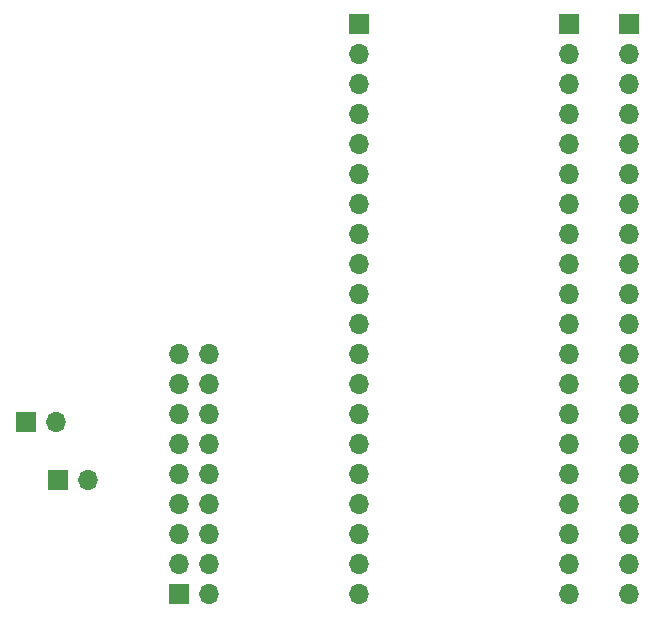
<source format=gbr>
%TF.GenerationSoftware,KiCad,Pcbnew,8.0.5*%
%TF.CreationDate,2024-10-03T22:49:54+01:00*%
%TF.ProjectId,OV7670 pico board,4f563736-3730-4207-9069-636f20626f61,rev?*%
%TF.SameCoordinates,Original*%
%TF.FileFunction,Soldermask,Top*%
%TF.FilePolarity,Negative*%
%FSLAX46Y46*%
G04 Gerber Fmt 4.6, Leading zero omitted, Abs format (unit mm)*
G04 Created by KiCad (PCBNEW 8.0.5) date 2024-10-03 22:49:54*
%MOMM*%
%LPD*%
G01*
G04 APERTURE LIST*
%ADD10O,1.700000X1.700000*%
%ADD11R,1.700000X1.700000*%
G04 APERTURE END LIST*
D10*
%TO.C,J7*%
X185110000Y-92130000D03*
D11*
X182570000Y-92130000D03*
%TD*%
%TO.C,J6*%
X185290000Y-97040000D03*
D10*
X187830000Y-97040000D03*
%TD*%
D11*
%TO.C,J3*%
X210820000Y-58420000D03*
D10*
X210820000Y-60960000D03*
X210820000Y-63500000D03*
X210820000Y-66040000D03*
X210820000Y-68580000D03*
X210820000Y-71120000D03*
X210820000Y-73660000D03*
X210820000Y-76200000D03*
X210820000Y-78740000D03*
X210820000Y-81280000D03*
X210820000Y-83820000D03*
X210820000Y-86360000D03*
X210820000Y-88900000D03*
X210820000Y-91440000D03*
X210820000Y-93980000D03*
X210820000Y-96520000D03*
X210820000Y-99060000D03*
X210820000Y-101600000D03*
X210820000Y-104140000D03*
X210820000Y-106680000D03*
%TD*%
D11*
%TO.C,J1*%
X195580000Y-106680000D03*
D10*
X198120000Y-106680000D03*
X195580000Y-104140000D03*
X198120000Y-104140000D03*
X195580000Y-101600000D03*
X198120000Y-101600000D03*
X195580000Y-99060000D03*
X198120000Y-99060000D03*
X195580000Y-96520000D03*
X198120000Y-96520000D03*
X195580000Y-93980000D03*
X198120000Y-93980000D03*
X195580000Y-91440000D03*
X198120000Y-91440000D03*
X195580000Y-88900000D03*
X198120000Y-88900000D03*
X195580000Y-86360000D03*
X198120000Y-86360000D03*
%TD*%
D11*
%TO.C,J2*%
X233680000Y-58420000D03*
D10*
X233680000Y-60960000D03*
X233680000Y-63500000D03*
X233680000Y-66040000D03*
X233680000Y-68580000D03*
X233680000Y-71120000D03*
X233680000Y-73660000D03*
X233680000Y-76200000D03*
X233680000Y-78740000D03*
X233680000Y-81280000D03*
X233680000Y-83820000D03*
X233680000Y-86360000D03*
X233680000Y-88900000D03*
X233680000Y-91440000D03*
X233680000Y-93980000D03*
X233680000Y-96520000D03*
X233680000Y-99060000D03*
X233680000Y-101600000D03*
X233680000Y-104140000D03*
X233680000Y-106680000D03*
%TD*%
D11*
%TO.C,J4*%
X228600000Y-58420000D03*
D10*
X228600000Y-60960000D03*
X228600000Y-63500000D03*
X228600000Y-66040000D03*
X228600000Y-68580000D03*
X228600000Y-71120000D03*
X228600000Y-73660000D03*
X228600000Y-76200000D03*
X228600000Y-78740000D03*
X228600000Y-81280000D03*
X228600000Y-83820000D03*
X228600000Y-86360000D03*
X228600000Y-88900000D03*
X228600000Y-91440000D03*
X228600000Y-93980000D03*
X228600000Y-96520000D03*
X228600000Y-99060000D03*
X228600000Y-101600000D03*
X228600000Y-104140000D03*
X228600000Y-106680000D03*
%TD*%
M02*

</source>
